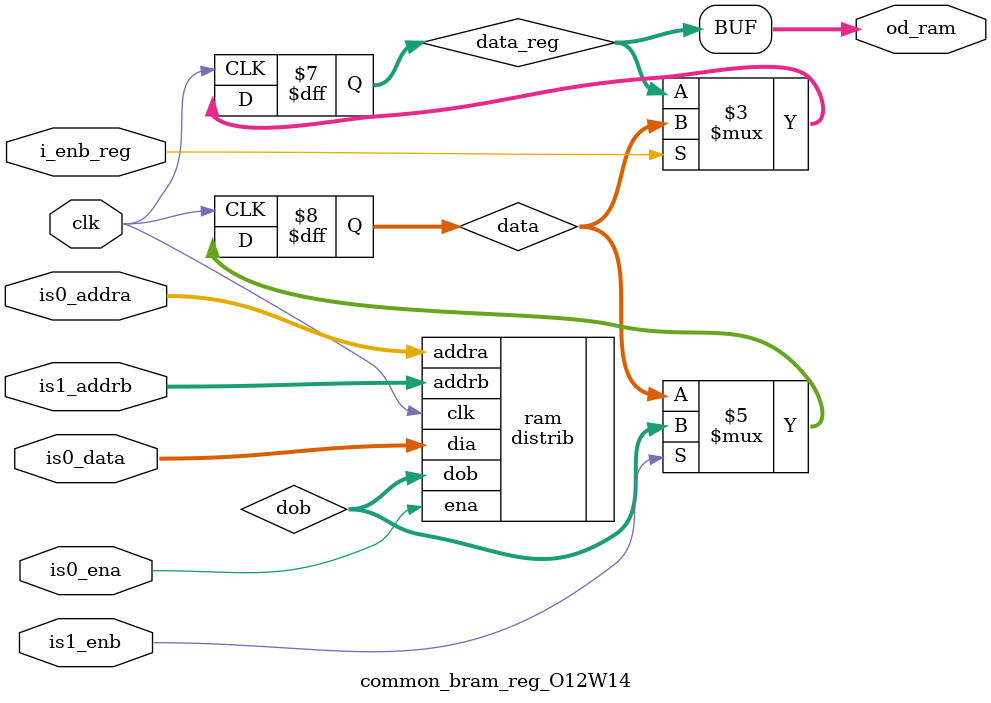
<source format=sv>
`timescale 100ps/100ps

(* keep_hierarchy = "yes" *) module common_bram_reg_O12W14 (
    input  bit clk,
    input  bit is0_ena,
    input  bit [11:0] is0_addra,
    input  bit [13:0] is0_data,
    input  bit is1_enb,
    input  bit [11:0] is1_addrb,
    input  bit i_enb_reg,
    output bit [13:0] od_ram
);


///////////////////////////////////////////////////////////
///////////////////////////////////////////////////////////
bit [13:0] data;
bit [13:0] data_reg;
bit [13:0] dob;

distrib #(
    .ORDER               (12),
    .WIDTH               (14))
ram (
    .clk                 (clk),
    .ena                 (is0_ena),
    .addra               (is0_addra),
    .dia                 (is0_data),
    .addrb               (is1_addrb),
    .dob                 (dob));


///////////////////////////////////////////////////////////
///////////////////////////////////////////////////////////
always_ff @(posedge clk)
begin
    if (is1_enb) begin
        data <= dob;
    end
end
always_ff @(posedge clk)
begin
    if (i_enb_reg) begin
        data_reg <= data;
    end
end
assign od_ram = data_reg;

endmodule
</source>
